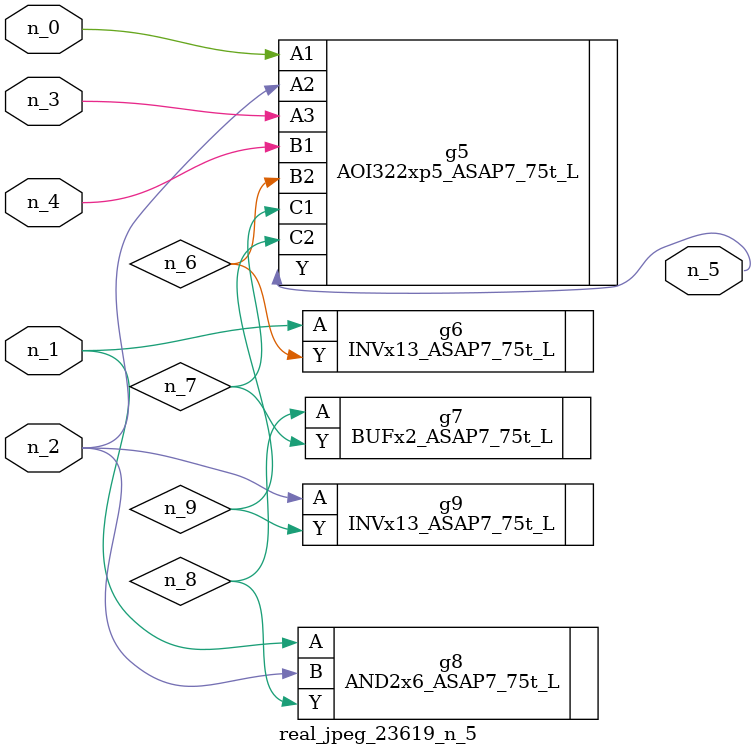
<source format=v>
module real_jpeg_23619_n_5 (n_4, n_0, n_1, n_2, n_3, n_5);

input n_4;
input n_0;
input n_1;
input n_2;
input n_3;

output n_5;

wire n_8;
wire n_6;
wire n_7;
wire n_9;

AOI322xp5_ASAP7_75t_L g5 ( 
.A1(n_0),
.A2(n_2),
.A3(n_3),
.B1(n_4),
.B2(n_6),
.C1(n_7),
.C2(n_9),
.Y(n_5)
);

INVx13_ASAP7_75t_L g6 ( 
.A(n_1),
.Y(n_6)
);

AND2x6_ASAP7_75t_L g8 ( 
.A(n_1),
.B(n_2),
.Y(n_8)
);

INVx13_ASAP7_75t_L g9 ( 
.A(n_2),
.Y(n_9)
);

BUFx2_ASAP7_75t_L g7 ( 
.A(n_8),
.Y(n_7)
);


endmodule
</source>
